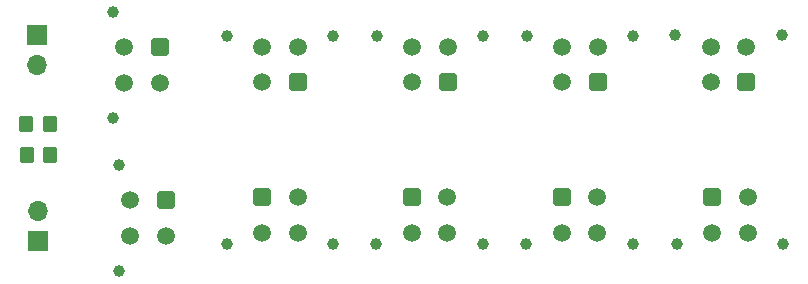
<source format=gts>
G04 #@! TF.GenerationSoftware,KiCad,Pcbnew,6.0.1-79c1e3a40b~116~ubuntu18.04.1*
G04 #@! TF.CreationDate,2022-02-08T11:35:10+08:00*
G04 #@! TF.ProjectId,canbus_board,63616e62-7573-45f6-926f-6172642e6b69,rev?*
G04 #@! TF.SameCoordinates,Original*
G04 #@! TF.FileFunction,Soldermask,Top*
G04 #@! TF.FilePolarity,Negative*
%FSLAX46Y46*%
G04 Gerber Fmt 4.6, Leading zero omitted, Abs format (unit mm)*
G04 Created by KiCad (PCBNEW 6.0.1-79c1e3a40b~116~ubuntu18.04.1) date 2022-02-08 11:35:10*
%MOMM*%
%LPD*%
G01*
G04 APERTURE LIST*
G04 Aperture macros list*
%AMRoundRect*
0 Rectangle with rounded corners*
0 $1 Rounding radius*
0 $2 $3 $4 $5 $6 $7 $8 $9 X,Y pos of 4 corners*
0 Add a 4 corners polygon primitive as box body*
4,1,4,$2,$3,$4,$5,$6,$7,$8,$9,$2,$3,0*
0 Add four circle primitives for the rounded corners*
1,1,$1+$1,$2,$3*
1,1,$1+$1,$4,$5*
1,1,$1+$1,$6,$7*
1,1,$1+$1,$8,$9*
0 Add four rect primitives between the rounded corners*
20,1,$1+$1,$2,$3,$4,$5,0*
20,1,$1+$1,$4,$5,$6,$7,0*
20,1,$1+$1,$6,$7,$8,$9,0*
20,1,$1+$1,$8,$9,$2,$3,0*%
G04 Aperture macros list end*
%ADD10C,1.000000*%
%ADD11RoundRect,0.250001X-0.499999X0.499999X-0.499999X-0.499999X0.499999X-0.499999X0.499999X0.499999X0*%
%ADD12C,1.500000*%
%ADD13RoundRect,0.250001X-0.499999X-0.499999X0.499999X-0.499999X0.499999X0.499999X-0.499999X0.499999X0*%
%ADD14RoundRect,0.250001X0.499999X0.499999X-0.499999X0.499999X-0.499999X-0.499999X0.499999X-0.499999X0*%
%ADD15R,1.700000X1.700000*%
%ADD16O,1.700000X1.700000*%
%ADD17RoundRect,0.250000X-0.350000X-0.450000X0.350000X-0.450000X0.350000X0.450000X-0.350000X0.450000X0*%
G04 APERTURE END LIST*
D10*
X65402000Y-53642000D03*
X65402000Y-62642000D03*
D11*
X69342000Y-56642000D03*
D12*
X69342000Y-59642000D03*
X66342000Y-56642000D03*
X66342000Y-59642000D03*
D10*
X108870000Y-60328000D03*
X99870000Y-60328000D03*
D13*
X102870000Y-56388000D03*
D12*
X105870000Y-56388000D03*
X102870000Y-59388000D03*
X105870000Y-59388000D03*
D10*
X87170000Y-60328000D03*
X96170000Y-60328000D03*
D13*
X90170000Y-56388000D03*
D12*
X93170000Y-56388000D03*
X90170000Y-59388000D03*
X93170000Y-59388000D03*
D10*
X99894000Y-42679000D03*
X108894000Y-42679000D03*
D14*
X105894000Y-46619000D03*
D12*
X102894000Y-46619000D03*
X105894000Y-43619000D03*
X102894000Y-43619000D03*
D15*
X58420000Y-42667000D03*
D16*
X58420000Y-45207000D03*
D10*
X112491000Y-42669000D03*
X121491000Y-42669000D03*
D14*
X118491000Y-46609000D03*
D12*
X115491000Y-46609000D03*
X118491000Y-43609000D03*
X115491000Y-43609000D03*
D17*
X57547000Y-52832000D03*
X59547000Y-52832000D03*
D10*
X74494000Y-60328000D03*
X83494000Y-60328000D03*
D13*
X77494000Y-56388000D03*
D12*
X80494000Y-56388000D03*
X77494000Y-59388000D03*
X80494000Y-59388000D03*
D10*
X121594000Y-60318000D03*
X112594000Y-60318000D03*
D13*
X115594000Y-56378000D03*
D12*
X118594000Y-56378000D03*
X115594000Y-59378000D03*
X118594000Y-59378000D03*
D10*
X64894000Y-40688000D03*
X64894000Y-49688000D03*
D11*
X68834000Y-43688000D03*
D12*
X68834000Y-46688000D03*
X65834000Y-43688000D03*
X65834000Y-46688000D03*
D10*
X83494000Y-42679000D03*
X74494000Y-42679000D03*
D14*
X80494000Y-46619000D03*
D12*
X77494000Y-46619000D03*
X80494000Y-43619000D03*
X77494000Y-43619000D03*
D10*
X96194000Y-42679000D03*
X87194000Y-42679000D03*
D14*
X93194000Y-46619000D03*
D12*
X90194000Y-46619000D03*
X93194000Y-43619000D03*
X90194000Y-43619000D03*
D17*
X57531000Y-50165000D03*
X59531000Y-50165000D03*
D15*
X58547000Y-60076000D03*
D16*
X58547000Y-57536000D03*
M02*

</source>
